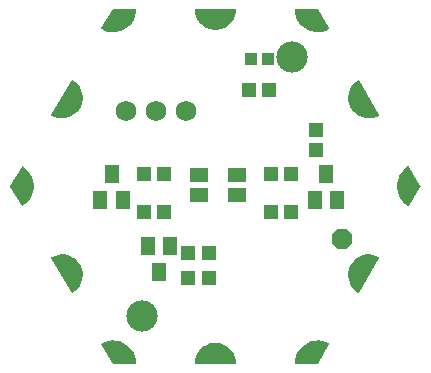
<source format=gbr>
G04 EAGLE Gerber RS-274X export*
G75*
%MOMM*%
%FSLAX34Y34*%
%LPD*%
%INSoldermask Top*%
%IPPOS*%
%AMOC8*
5,1,8,0,0,1.08239X$1,22.5*%
G01*
%ADD10C,2.643200*%
%ADD11R,1.303200X1.203200*%
%ADD12C,1.203200*%
%ADD13R,1.581200X1.283200*%
%ADD14R,1.203200X1.603200*%
%ADD15R,1.203200X1.303200*%
%ADD16R,1.003200X1.003200*%
%ADD17P,1.869504X8X22.500000*%
%ADD18C,1.727200*%

G36*
X361643Y195709D02*
X361643Y195709D01*
X361672Y195706D01*
X361740Y195728D01*
X361809Y195742D01*
X361833Y195759D01*
X361861Y195768D01*
X361915Y195815D01*
X361973Y195855D01*
X361989Y195879D01*
X362011Y195899D01*
X362042Y195963D01*
X362080Y196022D01*
X362085Y196051D01*
X362098Y196077D01*
X362106Y196177D01*
X362113Y196219D01*
X362111Y196229D01*
X362112Y196243D01*
X361880Y199041D01*
X361871Y199075D01*
X361867Y199123D01*
X361177Y201844D01*
X361162Y201876D01*
X361151Y201922D01*
X360023Y204494D01*
X360003Y204522D01*
X359984Y204566D01*
X358448Y206917D01*
X358423Y206941D01*
X358397Y206982D01*
X356496Y209047D01*
X356468Y209068D01*
X356435Y209103D01*
X354219Y210828D01*
X354188Y210843D01*
X354150Y210873D01*
X351681Y212209D01*
X351648Y212219D01*
X351605Y212242D01*
X350419Y212650D01*
X348965Y213149D01*
X348950Y213154D01*
X348916Y213159D01*
X348870Y213174D01*
X346101Y213636D01*
X346066Y213635D01*
X346018Y213643D01*
X343211Y213643D01*
X343177Y213636D01*
X343128Y213636D01*
X340359Y213174D01*
X340327Y213162D01*
X340279Y213154D01*
X337624Y212242D01*
X337594Y212225D01*
X337548Y212209D01*
X335079Y210873D01*
X335052Y210851D01*
X335010Y210828D01*
X332794Y209103D01*
X332772Y209077D01*
X332733Y209047D01*
X330832Y206982D01*
X330814Y206952D01*
X330781Y206917D01*
X329245Y204566D01*
X329233Y204534D01*
X329206Y204494D01*
X328078Y201922D01*
X328071Y201889D01*
X328068Y201882D01*
X328063Y201873D01*
X328062Y201867D01*
X328052Y201844D01*
X327362Y199123D01*
X327361Y199088D01*
X327349Y199041D01*
X327117Y196243D01*
X327120Y196214D01*
X327116Y196185D01*
X327132Y196116D01*
X327140Y196046D01*
X327155Y196020D01*
X327162Y195992D01*
X327204Y195935D01*
X327239Y195873D01*
X327262Y195855D01*
X327279Y195832D01*
X327340Y195796D01*
X327397Y195753D01*
X327425Y195745D01*
X327450Y195730D01*
X327549Y195714D01*
X327590Y195703D01*
X327601Y195705D01*
X327615Y195703D01*
X361615Y195703D01*
X361643Y195709D01*
G37*
G36*
X346052Y478768D02*
X346052Y478768D01*
X346101Y478768D01*
X348870Y479230D01*
X348902Y479242D01*
X348950Y479250D01*
X351605Y480162D01*
X351635Y480179D01*
X351681Y480195D01*
X354150Y481531D01*
X354177Y481553D01*
X354219Y481576D01*
X356435Y483301D01*
X356458Y483327D01*
X356496Y483357D01*
X358397Y485422D01*
X358415Y485452D01*
X358448Y485487D01*
X359984Y487838D01*
X359996Y487870D01*
X360023Y487910D01*
X361151Y490482D01*
X361158Y490515D01*
X361177Y490560D01*
X361867Y493281D01*
X361868Y493316D01*
X361880Y493363D01*
X362112Y496161D01*
X362109Y496190D01*
X362113Y496219D01*
X362097Y496288D01*
X362089Y496358D01*
X362074Y496384D01*
X362067Y496412D01*
X362025Y496469D01*
X361990Y496531D01*
X361967Y496549D01*
X361950Y496572D01*
X361889Y496608D01*
X361832Y496651D01*
X361804Y496659D01*
X361779Y496674D01*
X361680Y496690D01*
X361639Y496701D01*
X361628Y496699D01*
X361615Y496701D01*
X327615Y496701D01*
X327586Y496695D01*
X327557Y496698D01*
X327489Y496676D01*
X327420Y496662D01*
X327396Y496645D01*
X327368Y496636D01*
X327314Y496589D01*
X327256Y496549D01*
X327240Y496525D01*
X327218Y496505D01*
X327187Y496441D01*
X327149Y496382D01*
X327144Y496353D01*
X327131Y496327D01*
X327123Y496227D01*
X327116Y496185D01*
X327118Y496175D01*
X327117Y496161D01*
X327349Y493363D01*
X327359Y493329D01*
X327362Y493281D01*
X328052Y490560D01*
X328067Y490528D01*
X328078Y490482D01*
X329206Y487910D01*
X329226Y487882D01*
X329245Y487838D01*
X330781Y485487D01*
X330806Y485463D01*
X330832Y485422D01*
X332733Y483357D01*
X332762Y483336D01*
X332794Y483301D01*
X335010Y481576D01*
X335041Y481561D01*
X335079Y481531D01*
X337548Y480195D01*
X337581Y480185D01*
X337624Y480162D01*
X340279Y479250D01*
X340314Y479246D01*
X340359Y479230D01*
X343128Y478768D01*
X343163Y478769D01*
X343211Y478761D01*
X346018Y478761D01*
X346052Y478768D01*
G37*
G36*
X223221Y256012D02*
X223221Y256012D01*
X223292Y256009D01*
X223320Y256019D01*
X223349Y256021D01*
X223439Y256063D01*
X223479Y256078D01*
X223487Y256086D01*
X223499Y256092D01*
X225803Y257691D01*
X225827Y257717D01*
X225867Y257744D01*
X227875Y259701D01*
X227895Y259730D01*
X227930Y259763D01*
X229589Y262024D01*
X229604Y262055D01*
X229632Y262094D01*
X230897Y264597D01*
X230906Y264631D01*
X230928Y264674D01*
X231763Y267351D01*
X231767Y267385D01*
X231781Y267431D01*
X232164Y270210D01*
X232162Y270244D01*
X232169Y270292D01*
X232090Y273095D01*
X232082Y273129D01*
X232081Y273177D01*
X231541Y275929D01*
X231528Y275961D01*
X231519Y276009D01*
X230534Y278634D01*
X230518Y278659D01*
X230513Y278679D01*
X230506Y278690D01*
X230498Y278709D01*
X229095Y281137D01*
X229072Y281163D01*
X229048Y281205D01*
X227263Y283368D01*
X227236Y283390D01*
X227206Y283427D01*
X225090Y285268D01*
X225059Y285285D01*
X225023Y285317D01*
X222633Y286784D01*
X222600Y286795D01*
X222559Y286821D01*
X219960Y287874D01*
X219926Y287881D01*
X219882Y287899D01*
X217145Y288510D01*
X217110Y288511D01*
X217063Y288522D01*
X214263Y288674D01*
X214228Y288669D01*
X214180Y288672D01*
X211393Y288362D01*
X211360Y288351D01*
X211312Y288346D01*
X208614Y287581D01*
X208583Y287565D01*
X208537Y287552D01*
X206001Y286353D01*
X205978Y286336D01*
X205950Y286326D01*
X205899Y286277D01*
X205842Y286234D01*
X205827Y286209D01*
X205806Y286189D01*
X205778Y286124D01*
X205742Y286063D01*
X205738Y286034D01*
X205726Y286007D01*
X205726Y285936D01*
X205717Y285865D01*
X205725Y285837D01*
X205724Y285808D01*
X205759Y285715D01*
X205770Y285674D01*
X205778Y285665D01*
X205782Y285652D01*
X222782Y256252D01*
X222802Y256230D01*
X222814Y256204D01*
X222867Y256156D01*
X222914Y256103D01*
X222940Y256091D01*
X222962Y256071D01*
X223030Y256048D01*
X223094Y256018D01*
X223123Y256016D01*
X223150Y256007D01*
X223221Y256012D01*
G37*
G36*
X475001Y403735D02*
X475001Y403735D01*
X475049Y403732D01*
X477836Y404042D01*
X477869Y404053D01*
X477917Y404058D01*
X480615Y404823D01*
X480646Y404839D01*
X480692Y404852D01*
X483228Y406051D01*
X483251Y406068D01*
X483279Y406078D01*
X483330Y406127D01*
X483387Y406170D01*
X483402Y406195D01*
X483423Y406215D01*
X483451Y406280D01*
X483487Y406342D01*
X483491Y406370D01*
X483503Y406397D01*
X483503Y406468D01*
X483512Y406539D01*
X483505Y406567D01*
X483505Y406596D01*
X483470Y406689D01*
X483459Y406730D01*
X483452Y406739D01*
X483447Y406752D01*
X466447Y436152D01*
X466427Y436174D01*
X466415Y436200D01*
X466362Y436248D01*
X466315Y436301D01*
X466289Y436313D01*
X466267Y436333D01*
X466199Y436356D01*
X466135Y436386D01*
X466106Y436388D01*
X466079Y436397D01*
X466008Y436392D01*
X465937Y436395D01*
X465909Y436385D01*
X465880Y436383D01*
X465790Y436341D01*
X465750Y436326D01*
X465742Y436318D01*
X465730Y436312D01*
X463426Y434713D01*
X463402Y434688D01*
X463363Y434660D01*
X461354Y432703D01*
X461334Y432674D01*
X461300Y432641D01*
X459640Y430380D01*
X459626Y430349D01*
X459597Y430310D01*
X458332Y427807D01*
X458323Y427773D01*
X458301Y427730D01*
X457466Y425053D01*
X457462Y425019D01*
X457448Y424973D01*
X457065Y422194D01*
X457067Y422160D01*
X457060Y422112D01*
X457139Y419309D01*
X457147Y419275D01*
X457148Y419227D01*
X457688Y416475D01*
X457701Y416443D01*
X457710Y416395D01*
X458695Y413770D01*
X458714Y413740D01*
X458731Y413695D01*
X460134Y411267D01*
X460157Y411241D01*
X460181Y411200D01*
X461966Y409036D01*
X461993Y409014D01*
X462023Y408977D01*
X464139Y407136D01*
X464170Y407119D01*
X464206Y407088D01*
X466596Y405620D01*
X466629Y405609D01*
X466670Y405583D01*
X469269Y404530D01*
X469303Y404523D01*
X469347Y404505D01*
X472084Y403894D01*
X472119Y403893D01*
X472166Y403882D01*
X474966Y403730D01*
X475001Y403735D01*
G37*
G36*
X466040Y256013D02*
X466040Y256013D01*
X466111Y256012D01*
X466138Y256023D01*
X466167Y256027D01*
X466229Y256061D01*
X466295Y256089D01*
X466315Y256110D01*
X466341Y256124D01*
X466404Y256200D01*
X466434Y256231D01*
X466438Y256241D01*
X466447Y256252D01*
X483447Y285652D01*
X483456Y285680D01*
X483473Y285704D01*
X483487Y285773D01*
X483510Y285841D01*
X483508Y285870D01*
X483514Y285898D01*
X483500Y285968D01*
X483495Y286039D01*
X483481Y286065D01*
X483476Y286093D01*
X483436Y286152D01*
X483403Y286215D01*
X483381Y286234D01*
X483364Y286258D01*
X483283Y286315D01*
X483250Y286342D01*
X483239Y286345D01*
X483228Y286353D01*
X480692Y287552D01*
X480659Y287560D01*
X480615Y287581D01*
X477917Y288346D01*
X477883Y288348D01*
X477836Y288362D01*
X475049Y288672D01*
X475014Y288669D01*
X474966Y288674D01*
X472166Y288522D01*
X472133Y288513D01*
X472084Y288510D01*
X469347Y287899D01*
X469316Y287885D01*
X469269Y287874D01*
X466670Y286821D01*
X466641Y286802D01*
X466596Y286784D01*
X464206Y285317D01*
X464180Y285293D01*
X464139Y285268D01*
X462023Y283427D01*
X462002Y283400D01*
X461966Y283368D01*
X460181Y281205D01*
X460165Y281174D01*
X460134Y281137D01*
X458731Y278709D01*
X458720Y278676D01*
X458712Y278663D01*
X458703Y278649D01*
X458702Y278646D01*
X458695Y278634D01*
X457710Y276009D01*
X457705Y275974D01*
X457688Y275929D01*
X457148Y273177D01*
X457149Y273143D01*
X457139Y273095D01*
X457060Y270292D01*
X457066Y270258D01*
X457065Y270210D01*
X457448Y267431D01*
X457459Y267399D01*
X457466Y267351D01*
X458301Y264674D01*
X458318Y264643D01*
X458332Y264597D01*
X459597Y262094D01*
X459618Y262067D01*
X459640Y262024D01*
X461300Y259763D01*
X461325Y259740D01*
X461354Y259701D01*
X463363Y257744D01*
X463392Y257725D01*
X463426Y257691D01*
X465730Y256092D01*
X465757Y256080D01*
X465779Y256062D01*
X465847Y256041D01*
X465912Y256013D01*
X465942Y256013D01*
X465970Y256005D01*
X466040Y256013D01*
G37*
G36*
X217063Y403882D02*
X217063Y403882D01*
X217096Y403891D01*
X217145Y403894D01*
X219882Y404505D01*
X219913Y404519D01*
X219960Y404530D01*
X222559Y405583D01*
X222588Y405602D01*
X222633Y405620D01*
X225023Y407088D01*
X225049Y407111D01*
X225090Y407136D01*
X227206Y408977D01*
X227227Y409004D01*
X227263Y409036D01*
X229048Y411200D01*
X229064Y411230D01*
X229095Y411267D01*
X230498Y413695D01*
X230509Y413728D01*
X230534Y413770D01*
X231519Y416395D01*
X231524Y416430D01*
X231541Y416475D01*
X232081Y419227D01*
X232080Y419262D01*
X232090Y419309D01*
X232169Y422112D01*
X232163Y422146D01*
X232164Y422194D01*
X231781Y424973D01*
X231770Y425005D01*
X231763Y425053D01*
X230928Y427730D01*
X230911Y427761D01*
X230897Y427807D01*
X229632Y430310D01*
X229611Y430337D01*
X229589Y430380D01*
X227930Y432641D01*
X227904Y432664D01*
X227875Y432703D01*
X225867Y434660D01*
X225837Y434679D01*
X225803Y434713D01*
X223499Y436312D01*
X223472Y436324D01*
X223450Y436342D01*
X223382Y436363D01*
X223317Y436391D01*
X223287Y436391D01*
X223259Y436399D01*
X223189Y436391D01*
X223118Y436392D01*
X223091Y436381D01*
X223062Y436377D01*
X223000Y436343D01*
X222934Y436315D01*
X222914Y436294D01*
X222888Y436280D01*
X222825Y436204D01*
X222795Y436173D01*
X222791Y436163D01*
X222782Y436152D01*
X205782Y406752D01*
X205773Y406724D01*
X205756Y406700D01*
X205742Y406631D01*
X205719Y406563D01*
X205721Y406534D01*
X205715Y406506D01*
X205729Y406436D01*
X205734Y406365D01*
X205748Y406339D01*
X205753Y406311D01*
X205793Y406252D01*
X205826Y406189D01*
X205848Y406170D01*
X205865Y406146D01*
X205946Y406089D01*
X205979Y406062D01*
X205990Y406059D01*
X206001Y406051D01*
X208537Y404852D01*
X208570Y404844D01*
X208614Y404823D01*
X211312Y404058D01*
X211347Y404056D01*
X211393Y404042D01*
X214180Y403732D01*
X214215Y403735D01*
X214263Y403730D01*
X217063Y403882D01*
G37*
G36*
X508342Y329213D02*
X508342Y329213D01*
X508413Y329213D01*
X508439Y329224D01*
X508468Y329227D01*
X508530Y329262D01*
X508596Y329290D01*
X508616Y329310D01*
X508641Y329325D01*
X508705Y329402D01*
X508735Y329432D01*
X508739Y329442D01*
X508747Y329453D01*
X518247Y345953D01*
X518258Y345985D01*
X518266Y345998D01*
X518270Y346022D01*
X518271Y346026D01*
X518302Y346096D01*
X518303Y346120D01*
X518310Y346142D01*
X518304Y346218D01*
X518305Y346295D01*
X518296Y346319D01*
X518294Y346340D01*
X518274Y346379D01*
X518247Y346451D01*
X508747Y362951D01*
X508728Y362973D01*
X508716Y362999D01*
X508663Y363047D01*
X508616Y363100D01*
X508590Y363113D01*
X508568Y363132D01*
X508501Y363155D01*
X508436Y363186D01*
X508407Y363188D01*
X508380Y363197D01*
X508309Y363192D01*
X508238Y363195D01*
X508211Y363185D01*
X508182Y363183D01*
X508091Y363141D01*
X508051Y363126D01*
X508043Y363119D01*
X508031Y363113D01*
X505507Y361371D01*
X505484Y361347D01*
X505445Y361320D01*
X503234Y359196D01*
X503215Y359168D01*
X503181Y359136D01*
X501339Y356685D01*
X501324Y356654D01*
X501296Y356617D01*
X499871Y353902D01*
X499862Y353871D01*
X499846Y353846D01*
X499844Y353838D01*
X499839Y353828D01*
X498868Y350920D01*
X498864Y350886D01*
X498849Y350842D01*
X498357Y347815D01*
X498359Y347781D01*
X498351Y347735D01*
X498351Y344669D01*
X498351Y344665D01*
X498351Y344663D01*
X498357Y344636D01*
X498358Y344636D01*
X498357Y344589D01*
X498849Y341562D01*
X498861Y341531D01*
X498868Y341484D01*
X499839Y338576D01*
X499856Y338547D01*
X499871Y338502D01*
X501296Y335787D01*
X501317Y335761D01*
X501339Y335719D01*
X503181Y333268D01*
X503206Y333245D01*
X503234Y333208D01*
X505445Y331084D01*
X505474Y331066D01*
X505507Y331033D01*
X508031Y329291D01*
X508058Y329280D01*
X508080Y329261D01*
X508148Y329241D01*
X508214Y329213D01*
X508243Y329213D01*
X508270Y329205D01*
X508342Y329213D01*
G37*
G36*
X180920Y329212D02*
X180920Y329212D01*
X180991Y329209D01*
X181019Y329219D01*
X181047Y329221D01*
X181138Y329263D01*
X181178Y329278D01*
X181186Y329285D01*
X181198Y329291D01*
X183722Y331033D01*
X183745Y331057D01*
X183784Y331084D01*
X185995Y333208D01*
X186014Y333236D01*
X186048Y333268D01*
X187890Y335719D01*
X187905Y335750D01*
X187933Y335787D01*
X189358Y338502D01*
X189368Y338535D01*
X189390Y338576D01*
X190361Y341484D01*
X190365Y341518D01*
X190380Y341562D01*
X190872Y344589D01*
X190870Y344623D01*
X190878Y344669D01*
X190878Y347735D01*
X190872Y347768D01*
X190872Y347815D01*
X190380Y350842D01*
X190368Y350873D01*
X190361Y350920D01*
X189390Y353828D01*
X189376Y353851D01*
X189370Y353876D01*
X189364Y353885D01*
X189358Y353902D01*
X187933Y356617D01*
X187912Y356643D01*
X187890Y356685D01*
X186048Y359136D01*
X186023Y359159D01*
X185995Y359196D01*
X183784Y361320D01*
X183755Y361338D01*
X183722Y361371D01*
X181198Y363113D01*
X181171Y363124D01*
X181149Y363143D01*
X181081Y363163D01*
X181015Y363191D01*
X180986Y363191D01*
X180959Y363199D01*
X180888Y363191D01*
X180816Y363192D01*
X180790Y363180D01*
X180761Y363177D01*
X180699Y363142D01*
X180633Y363114D01*
X180613Y363094D01*
X180588Y363079D01*
X180524Y363002D01*
X180494Y362972D01*
X180490Y362962D01*
X180482Y362951D01*
X170982Y346451D01*
X170958Y346378D01*
X170927Y346308D01*
X170926Y346284D01*
X170919Y346262D01*
X170925Y346186D01*
X170924Y346109D01*
X170933Y346085D01*
X170935Y346064D01*
X170955Y346025D01*
X170975Y345973D01*
X170976Y345967D01*
X170977Y345965D01*
X170982Y345953D01*
X180482Y329453D01*
X180501Y329431D01*
X180513Y329405D01*
X180566Y329357D01*
X180613Y329304D01*
X180640Y329291D01*
X180661Y329272D01*
X180728Y329249D01*
X180793Y329218D01*
X180822Y329217D01*
X180849Y329207D01*
X180920Y329212D01*
G37*
G36*
X431291Y195718D02*
X431291Y195718D01*
X431368Y195727D01*
X431388Y195738D01*
X431409Y195742D01*
X431474Y195786D01*
X431541Y195825D01*
X431557Y195844D01*
X431573Y195855D01*
X431597Y195893D01*
X431647Y195953D01*
X441147Y212453D01*
X441156Y212480D01*
X441173Y212504D01*
X441187Y212574D01*
X441210Y212642D01*
X441208Y212670D01*
X441214Y212698D01*
X441200Y212769D01*
X441194Y212840D01*
X441181Y212865D01*
X441176Y212893D01*
X441136Y212953D01*
X441103Y213016D01*
X441080Y213034D01*
X441064Y213058D01*
X440982Y213116D01*
X440949Y213143D01*
X440939Y213146D01*
X440928Y213153D01*
X438162Y214462D01*
X438129Y214470D01*
X438087Y214490D01*
X435147Y215338D01*
X435113Y215341D01*
X435068Y215354D01*
X432030Y215719D01*
X431996Y215716D01*
X431950Y215722D01*
X428893Y215595D01*
X428860Y215587D01*
X428813Y215586D01*
X425816Y214970D01*
X425784Y214957D01*
X425738Y214948D01*
X422879Y213859D01*
X422850Y213841D01*
X422806Y213825D01*
X420158Y212291D01*
X420133Y212269D01*
X420092Y212246D01*
X417724Y210308D01*
X417703Y210281D01*
X417666Y210252D01*
X415640Y207959D01*
X415623Y207930D01*
X415592Y207895D01*
X413959Y205307D01*
X413947Y205275D01*
X413922Y205236D01*
X412726Y202419D01*
X412719Y202386D01*
X412717Y202379D01*
X412712Y202373D01*
X412711Y202367D01*
X412701Y202343D01*
X411972Y199371D01*
X411971Y199337D01*
X411959Y199292D01*
X411717Y196242D01*
X411720Y196213D01*
X411716Y196185D01*
X411732Y196116D01*
X411741Y196044D01*
X411755Y196020D01*
X411762Y195992D01*
X411804Y195934D01*
X411840Y195872D01*
X411863Y195855D01*
X411879Y195832D01*
X411941Y195795D01*
X411999Y195752D01*
X412026Y195745D01*
X412050Y195730D01*
X412151Y195714D01*
X412191Y195703D01*
X412202Y195705D01*
X412215Y195703D01*
X431215Y195703D01*
X431291Y195718D01*
G37*
G36*
X431983Y476687D02*
X431983Y476687D01*
X432030Y476685D01*
X435068Y477050D01*
X435100Y477061D01*
X435147Y477066D01*
X438087Y477914D01*
X438117Y477930D01*
X438162Y477942D01*
X440928Y479251D01*
X440951Y479268D01*
X440978Y479278D01*
X441030Y479327D01*
X441087Y479370D01*
X441102Y479395D01*
X441122Y479414D01*
X441151Y479480D01*
X441187Y479542D01*
X441191Y479570D01*
X441202Y479596D01*
X441203Y479668D01*
X441212Y479739D01*
X441205Y479766D01*
X441205Y479795D01*
X441170Y479890D01*
X441159Y479930D01*
X441152Y479939D01*
X441147Y479951D01*
X431647Y496451D01*
X431596Y496510D01*
X431550Y496572D01*
X431530Y496583D01*
X431516Y496600D01*
X431445Y496634D01*
X431379Y496674D01*
X431354Y496678D01*
X431336Y496686D01*
X431292Y496688D01*
X431215Y496701D01*
X412215Y496701D01*
X412187Y496696D01*
X412158Y496698D01*
X412090Y496676D01*
X412020Y496662D01*
X411996Y496646D01*
X411969Y496637D01*
X411915Y496590D01*
X411856Y496549D01*
X411840Y496525D01*
X411819Y496507D01*
X411787Y496442D01*
X411749Y496382D01*
X411744Y496354D01*
X411731Y496328D01*
X411722Y496227D01*
X411716Y496185D01*
X411718Y496175D01*
X411717Y496162D01*
X411959Y493112D01*
X411969Y493080D01*
X411972Y493033D01*
X412701Y490061D01*
X412715Y490030D01*
X412726Y489985D01*
X413922Y487168D01*
X413941Y487140D01*
X413959Y487097D01*
X415592Y484509D01*
X415615Y484485D01*
X415640Y484445D01*
X417666Y482152D01*
X417693Y482132D01*
X417724Y482096D01*
X420092Y480158D01*
X420122Y480142D01*
X420158Y480113D01*
X422806Y478580D01*
X422838Y478569D01*
X422879Y478545D01*
X425738Y477457D01*
X425772Y477451D01*
X425816Y477434D01*
X428813Y476818D01*
X428847Y476818D01*
X428893Y476809D01*
X431950Y476682D01*
X431983Y476687D01*
G37*
G36*
X277042Y195708D02*
X277042Y195708D01*
X277071Y195706D01*
X277139Y195728D01*
X277209Y195742D01*
X277233Y195758D01*
X277260Y195767D01*
X277314Y195814D01*
X277373Y195855D01*
X277389Y195879D01*
X277410Y195897D01*
X277442Y195962D01*
X277480Y196022D01*
X277485Y196050D01*
X277498Y196076D01*
X277507Y196177D01*
X277513Y196219D01*
X277511Y196229D01*
X277512Y196242D01*
X277270Y199292D01*
X277260Y199324D01*
X277257Y199371D01*
X276528Y202343D01*
X276514Y202374D01*
X276503Y202419D01*
X275307Y205236D01*
X275288Y205264D01*
X275270Y205307D01*
X273637Y207895D01*
X273614Y207919D01*
X273589Y207959D01*
X271563Y210252D01*
X271536Y210272D01*
X271505Y210308D01*
X269137Y212246D01*
X269107Y212262D01*
X269071Y212291D01*
X266423Y213825D01*
X266391Y213835D01*
X266350Y213859D01*
X263491Y214948D01*
X263457Y214953D01*
X263413Y214970D01*
X260416Y215586D01*
X260382Y215586D01*
X260336Y215595D01*
X257279Y215722D01*
X257246Y215717D01*
X257199Y215719D01*
X254161Y215354D01*
X254129Y215343D01*
X254082Y215338D01*
X251142Y214490D01*
X251112Y214474D01*
X251067Y214462D01*
X248301Y213153D01*
X248278Y213136D01*
X248251Y213126D01*
X248199Y213077D01*
X248142Y213034D01*
X248127Y213009D01*
X248107Y212990D01*
X248078Y212924D01*
X248042Y212862D01*
X248038Y212834D01*
X248027Y212808D01*
X248026Y212736D01*
X248017Y212665D01*
X248024Y212638D01*
X248024Y212609D01*
X248059Y212514D01*
X248071Y212474D01*
X248077Y212465D01*
X248082Y212453D01*
X257582Y195953D01*
X257633Y195895D01*
X257679Y195832D01*
X257699Y195821D01*
X257713Y195804D01*
X257784Y195770D01*
X257850Y195730D01*
X257875Y195726D01*
X257893Y195718D01*
X257937Y195716D01*
X258015Y195703D01*
X277015Y195703D01*
X277042Y195708D01*
G37*
G36*
X260336Y476809D02*
X260336Y476809D01*
X260369Y476817D01*
X260416Y476818D01*
X263413Y477434D01*
X263445Y477447D01*
X263491Y477457D01*
X266350Y478545D01*
X266379Y478563D01*
X266423Y478580D01*
X269071Y480113D01*
X269096Y480135D01*
X269137Y480158D01*
X271505Y482096D01*
X271526Y482123D01*
X271563Y482152D01*
X273589Y484445D01*
X273606Y484474D01*
X273637Y484509D01*
X275270Y487097D01*
X275282Y487129D01*
X275307Y487168D01*
X276503Y489985D01*
X276510Y490018D01*
X276528Y490061D01*
X277257Y493033D01*
X277258Y493067D01*
X277270Y493112D01*
X277512Y496162D01*
X277509Y496191D01*
X277513Y496219D01*
X277497Y496288D01*
X277488Y496360D01*
X277474Y496384D01*
X277467Y496412D01*
X277425Y496470D01*
X277389Y496532D01*
X277366Y496549D01*
X277350Y496572D01*
X277288Y496609D01*
X277230Y496652D01*
X277203Y496659D01*
X277179Y496674D01*
X277078Y496690D01*
X277038Y496701D01*
X277027Y496699D01*
X277015Y496701D01*
X258015Y496701D01*
X257938Y496686D01*
X257861Y496677D01*
X257841Y496666D01*
X257820Y496662D01*
X257756Y496618D01*
X257688Y496579D01*
X257672Y496560D01*
X257656Y496549D01*
X257632Y496511D01*
X257582Y496451D01*
X248082Y479951D01*
X248073Y479924D01*
X248056Y479900D01*
X248042Y479830D01*
X248019Y479762D01*
X248021Y479734D01*
X248015Y479706D01*
X248029Y479636D01*
X248035Y479564D01*
X248048Y479539D01*
X248053Y479511D01*
X248093Y479451D01*
X248126Y479388D01*
X248149Y479370D01*
X248165Y479346D01*
X248247Y479288D01*
X248280Y479261D01*
X248290Y479258D01*
X248301Y479251D01*
X251067Y477942D01*
X251100Y477934D01*
X251142Y477914D01*
X254082Y477066D01*
X254116Y477063D01*
X254161Y477050D01*
X257199Y476685D01*
X257233Y476688D01*
X257279Y476682D01*
X260336Y476809D01*
G37*
D10*
X282296Y236576D03*
X409169Y455778D03*
D11*
X429824Y393954D03*
X429824Y376954D03*
D12*
X427215Y489302D03*
X509815Y346202D03*
X427215Y203102D03*
X262015Y203102D03*
X179415Y346202D03*
X262015Y489302D03*
X468515Y417702D03*
X468515Y274702D03*
X344615Y203102D03*
X220715Y274702D03*
X220715Y417702D03*
X344615Y489302D03*
D13*
X330956Y356103D03*
X330956Y339103D03*
X363036Y339103D03*
X363036Y356103D03*
D14*
X296949Y273452D03*
X287449Y295452D03*
X306449Y295452D03*
X438033Y356869D03*
X447533Y334869D03*
X428533Y334869D03*
X256794Y356869D03*
X266294Y334869D03*
X247294Y334869D03*
D15*
X301280Y356366D03*
X284280Y356366D03*
X391873Y356366D03*
X408873Y356366D03*
X338777Y268958D03*
X321777Y268958D03*
X338777Y289837D03*
X321777Y289837D03*
X391873Y324880D03*
X408873Y324880D03*
X301280Y324880D03*
X284280Y324880D03*
D16*
X389369Y453959D03*
X374369Y453959D03*
D17*
X451476Y301669D03*
D15*
X373369Y427608D03*
X390369Y427608D03*
D18*
X320015Y409647D03*
X294615Y409647D03*
X269215Y409647D03*
M02*

</source>
